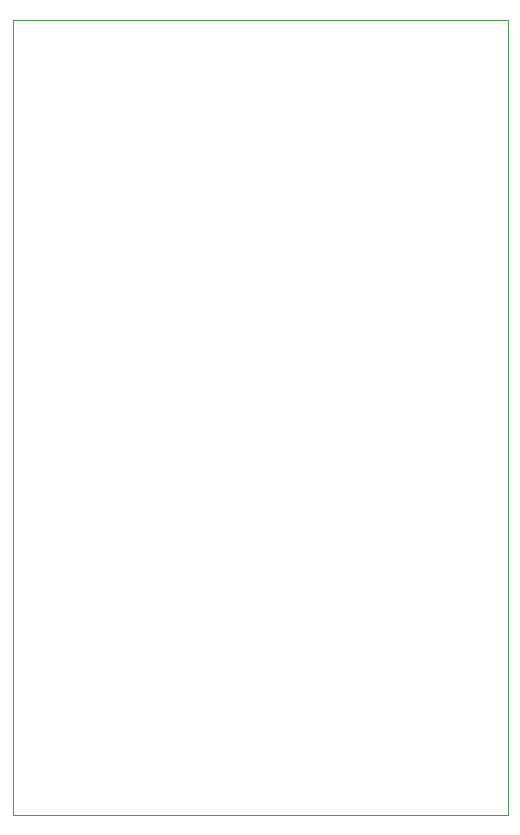
<source format=gbr>
%TF.GenerationSoftware,KiCad,Pcbnew,8.0.6*%
%TF.CreationDate,2025-04-03T12:19:07-05:00*%
%TF.ProjectId,Controller Combiner,436f6e74-726f-46c6-9c65-7220436f6d62,rev?*%
%TF.SameCoordinates,Original*%
%TF.FileFunction,Profile,NP*%
%FSLAX46Y46*%
G04 Gerber Fmt 4.6, Leading zero omitted, Abs format (unit mm)*
G04 Created by KiCad (PCBNEW 8.0.6) date 2025-04-03 12:19:07*
%MOMM*%
%LPD*%
G01*
G04 APERTURE LIST*
%TA.AperFunction,Profile*%
%ADD10C,0.050000*%
%TD*%
G04 APERTURE END LIST*
D10*
X111125000Y-53975000D02*
X153035000Y-53975000D01*
X153035000Y-121285000D01*
X111125000Y-121285000D01*
X111125000Y-53975000D01*
M02*

</source>
